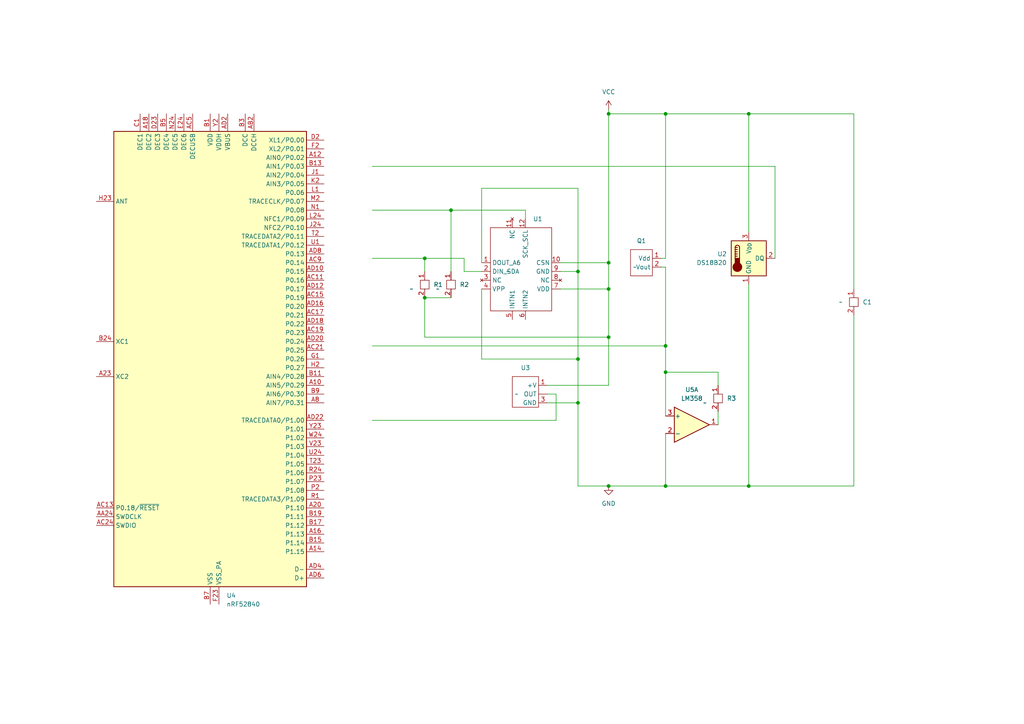
<source format=kicad_sch>
(kicad_sch (version 20230121) (generator eeschema)
  (paper "A4")
  (lib_symbols
    (symbol "Amplifier_Operational:LM358" (pin_names (offset 0.127))
      (property "Reference" "U" (at 0 5.08 0))
      (property "Value" "LM358" (at 0 -5.08 0))
      (symbol "LM358_1_1"
        (polyline (pts (xy -5.08 5.08) (xy 5.08 0) (xy -5.08 -5.08) (xy -5.08 5.08)) (stroke (width 0.254)) (fill (type background)))
        (pin output line (at 7.62 0 180) (length 2.54) (name "~") (number "1"))
        (pin input line (at -7.62 -2.54 0) (length 2.54) (name "-") (number "2"))
        (pin input line (at -7.62 2.54 0) (length 2.54) (name "+") (number "3"))
      )
      (symbol "LM358_2_1"
        (polyline (pts (xy -5.08 5.08) (xy 5.08 0) (xy -5.08 -5.08) (xy -5.08 5.08)) (stroke (width 0.254)) (fill (type background)))
        (pin input line (at -7.62 2.54 0) (length 2.54) (name "+") (number "5"))
        (pin input line (at -7.62 -2.54 0) (length 2.54) (name "-") (number "6"))
        (pin output line (at 7.62 0 180) (length 2.54) (name "~") (number "7"))
      )
      (symbol "LM358_3_1"
        (pin power_in line (at -2.54 -7.62 90) (length 3.81) (name "V-") (number "4"))
        (pin power_in line (at -2.54 7.62 270) (length 3.81) (name "V+") (number "8"))
      )
    )
    (symbol "Library:Ceramic_Cap_-_0.1μ_{gt}7V"
      (property "Reference" "C" (at 0 0 0))
      (symbol "Ceramic_Cap_-_0.1μ_{gt}7V_0_1"
        (rectangle (start 2.54 1.27) (end 5.08 -1.27))
      )
      (symbol "Ceramic_Cap_-_0.1μ_{gt}7V_1_1"
        (pin bidirectional line (at 3.81 3.81 270) (length 2.54) (name "") (number "1"))
        (pin bidirectional line (at 3.81 -3.81 90) (length 2.54) (name "") (number "2"))
      )
    )
    (symbol "Library:HW5P-1"
      (property "Reference" "Q" (at -2.54 1.27 0))
      (symbol "HW5P-1_0_1"
        (rectangle (start -1.27 5.08) (end 5.08 -2.54))
      )
      (symbol "HW5P-1_1_1"
        (pin power_in line (at 7.62 2.54 180) (length 2.54) (name "Vdd") (number "1"))
        (pin power_out line (at 7.62 0 180) (length 2.54) (name "Vout") (number "2"))
      )
    )
    (symbol "Library:MMC3419"
      (property "Reference" "U1" (at 4.7341 13.97 0))
      (property "Value" "~" (at -2.54 -1.27 0))
      (symbol "MMC3419_0_1"
        (rectangle (start -7.62 11.43) (end 10.16 -12.7))
      )
      (symbol "MMC3419_1_1"
        (pin output line (at -10.16 1.27 0) (length 2.54) (name "DOUT_A6") (number "1"))
        (pin input line (at 12.7 1.27 180) (length 2.54) (name "CSN") (number "10"))
        (pin no_connect line (at -1.27 13.97 270) (length 2.54) (name "NC") (number "11"))
        (pin input line (at 2.54 13.97 270) (length 2.54) (name "SCK_SCL") (number "12"))
        (pin input line (at -10.16 -1.27 0) (length 2.54) (name "DIN_SDA") (number "2"))
        (pin no_connect line (at -10.16 -3.81 0) (length 2.54) (name "NC") (number "3"))
        (pin power_out line (at -10.16 -6.35 0) (length 2.54) (name "VPP") (number "4"))
        (pin input line (at -1.27 -15.24 90) (length 2.54) (name "INTN1") (number "5"))
        (pin input line (at 2.54 -15.24 90) (length 2.54) (name "INTN2") (number "6"))
        (pin power_in line (at 12.7 -6.35 180) (length 2.54) (name "VDD") (number "7"))
        (pin no_connect line (at 12.7 -3.81 180) (length 2.54) (name "NC") (number "8"))
        (pin output line (at 12.7 -1.27 180) (length 2.54) (name "GND") (number "9"))
      )
    )
    (symbol "Library:Resistor_4.7kΩ"
      (property "Reference" "R" (at 0 0 0))
      (symbol "Resistor_4.7kΩ_0_1"
        (rectangle (start 2.54 2.54) (end 5.08 0))
      )
      (symbol "Resistor_4.7kΩ_1_1"
        (pin bidirectional line (at 3.81 5.08 270) (length 2.54) (name "") (number "1"))
        (pin bidirectional line (at 3.81 -2.54 90) (length 2.54) (name "") (number "2"))
      )
    )
    (symbol "Library:Resistor_?1-2kΩ"
      (property "Reference" "R" (at 0 0 0))
      (symbol "Resistor_?1-2kΩ_0_1"
        (rectangle (start 2.54 2.54) (end 5.08 0))
      )
      (symbol "Resistor_?1-2kΩ_1_1"
        (pin bidirectional line (at 3.81 5.08 270) (length 2.54) (name "") (number "1"))
        (pin bidirectional line (at 3.81 -2.54 90) (length 2.54) (name "") (number "2"))
      )
    )
    (symbol "Library:SEN-11574"
      (property "Reference" "U" (at 0 0 0))
      (symbol "SEN-11574_0_1"
        (rectangle (start 6.35 5.08) (end -1.27 -3.81))
      )
      (symbol "SEN-11574_1_1"
        (pin output line (at 8.89 0 180) (length 2.54) (name "OUT") (number ""))
        (pin power_in line (at 8.89 2.54 180) (length 2.54) (name "+V") (number "1"))
        (pin power_out line (at 8.89 -2.54 180) (length 2.54) (name "GND") (number "3"))
      )
    )
    (symbol "MCU_Nordic:nRF52840"
      (property "Reference" "U" (at 0 5.08 0))
      (property "Value" "nRF52840" (at 0 2.54 0))
      (symbol "nRF52840_0_1"
        (rectangle (start -27.94 66.04) (end 27.94 -66.04) (stroke (width 0.254)) (fill (type background)))
      )
      (symbol "nRF52840_1_1"
        (pin bidirectional line (at 33.02 -7.62 180) (length 5.08) (name "AIN5/P0.29") (number "A10"))
        (pin bidirectional line (at 33.02 58.42 180) (length 5.08) (name "AIN0/P0.02") (number "A12"))
        (pin bidirectional line (at 33.02 -55.88 180) (length 5.08) (name "P1.15") (number "A14"))
        (pin bidirectional line (at 33.02 -50.8 180) (length 5.08) (name "P1.13") (number "A16"))
        (pin passive line (at -17.78 71.12 270) (length 5.08) (name "DEC2") (number "A18"))
        (pin bidirectional line (at 33.02 -43.18 180) (length 5.08) (name "P1.10") (number "A20"))
        (pin passive line (at 0 71.12 270) (length 5.08) hide (name "VDD") (number "A22"))
        (pin input line (at -33.02 -5.08 0) (length 5.08) (name "XC2") (number "A23"))
        (pin bidirectional line (at 33.02 -12.7 180) (length 5.08) (name "AIN7/P0.31") (number "A8"))
        (pin input line (at -33.02 -45.72 0) (length 5.08) (name "SWDCLK") (number "AA24"))
        (pin power_out line (at 12.7 71.12 270) (length 5.08) (name "DCCH") (number "AB2"))
        (pin bidirectional line (at 33.02 22.86 180) (length 5.08) (name "P0.16") (number "AC11"))
        (pin bidirectional line (at -33.02 -43.18 0) (length 5.08) (name "P0.18/~{RESET}") (number "AC13"))
        (pin bidirectional line (at 33.02 17.78 180) (length 5.08) (name "P0.19") (number "AC15"))
        (pin bidirectional line (at 33.02 12.7 180) (length 5.08) (name "P0.21") (number "AC17"))
        (pin bidirectional line (at 33.02 7.62 180) (length 5.08) (name "P0.23") (number "AC19"))
        (pin bidirectional line (at 33.02 2.54 180) (length 5.08) (name "P0.25") (number "AC21"))
        (pin bidirectional line (at -33.02 -48.26 0) (length 5.08) (name "SWDIO") (number "AC24"))
        (pin passive line (at -5.08 71.12 270) (length 5.08) (name "DECUSB") (number "AC5"))
        (pin bidirectional line (at 33.02 27.94 180) (length 5.08) (name "P0.14") (number "AC9"))
        (pin bidirectional line (at 33.02 25.4 180) (length 5.08) (name "P0.15") (number "AD10"))
        (pin bidirectional line (at 33.02 20.32 180) (length 5.08) (name "P0.17") (number "AD12"))
        (pin passive line (at 0 71.12 270) (length 5.08) hide (name "VDD") (number "AD14"))
        (pin bidirectional line (at 33.02 15.24 180) (length 5.08) (name "P0.20") (number "AD16"))
        (pin bidirectional line (at 33.02 10.16 180) (length 5.08) (name "P0.22") (number "AD18"))
        (pin power_in line (at 5.08 71.12 270) (length 5.08) (name "VBUS") (number "AD2"))
        (pin bidirectional line (at 33.02 5.08 180) (length 5.08) (name "P0.24") (number "AD20"))
        (pin bidirectional line (at 33.02 -17.78 180) (length 5.08) (name "TRACEDATA0/P1.00") (number "AD22"))
        (pin passive line (at 0 71.12 270) (length 5.08) hide (name "VDD") (number "AD23"))
        (pin bidirectional line (at 33.02 -60.96 180) (length 5.08) (name "D-") (number "AD4"))
        (pin bidirectional line (at 33.02 -63.5 180) (length 5.08) (name "D+") (number "AD6"))
        (pin bidirectional line (at 33.02 30.48 180) (length 5.08) (name "P0.13") (number "AD8"))
        (pin power_in line (at 0 71.12 270) (length 5.08) (name "VDD") (number "B1"))
        (pin bidirectional line (at 33.02 -5.08 180) (length 5.08) (name "AIN4/P0.28") (number "B11"))
        (pin bidirectional line (at 33.02 55.88 180) (length 5.08) (name "AIN1/P0.03") (number "B13"))
        (pin bidirectional line (at 33.02 -53.34 180) (length 5.08) (name "P1.14") (number "B15"))
        (pin bidirectional line (at 33.02 -48.26 180) (length 5.08) (name "P1.12") (number "B17"))
        (pin bidirectional line (at 33.02 -45.72 180) (length 5.08) (name "P1.11") (number "B19"))
        (pin input line (at -33.02 5.08 0) (length 5.08) (name "XC1") (number "B24"))
        (pin power_out line (at 10.16 71.12 270) (length 5.08) (name "DCC") (number "B3"))
        (pin passive line (at -12.7 71.12 270) (length 5.08) (name "DEC4") (number "B5"))
        (pin power_in line (at 0 -71.12 90) (length 5.08) (name "VSS") (number "B7"))
        (pin bidirectional line (at 33.02 -10.16 180) (length 5.08) (name "AIN6/P0.30") (number "B9"))
        (pin passive line (at -20.32 71.12 270) (length 5.08) (name "DEC1") (number "C1"))
        (pin bidirectional line (at 33.02 63.5 180) (length 5.08) (name "XL1/P0.00") (number "D2"))
        (pin passive line (at -15.24 71.12 270) (length 5.08) (name "DEC3") (number "D23"))
        (pin passive line (at -7.62 71.12 270) (length 5.08) (name "DEC6") (number "E24"))
        (pin passive line (at 0 -71.12 90) (length 5.08) hide (name "VSS") (number "EP"))
        (pin bidirectional line (at 33.02 60.96 180) (length 5.08) (name "XL2/P0.01") (number "F2"))
        (pin power_in line (at 2.54 -71.12 90) (length 5.08) (name "VSS_PA") (number "F23"))
        (pin bidirectional line (at 33.02 0 180) (length 5.08) (name "P0.26") (number "G1"))
        (pin bidirectional line (at 33.02 -2.54 180) (length 5.08) (name "P0.27") (number "H2"))
        (pin passive line (at -33.02 45.72 0) (length 5.08) (name "ANT") (number "H23"))
        (pin bidirectional line (at 33.02 53.34 180) (length 5.08) (name "AIN2/P0.04") (number "J1"))
        (pin bidirectional line (at 33.02 38.1 180) (length 5.08) (name "NFC2/P0.10") (number "J24"))
        (pin bidirectional line (at 33.02 50.8 180) (length 5.08) (name "AIN3/P0.05") (number "K2"))
        (pin bidirectional line (at 33.02 48.26 180) (length 5.08) (name "P0.06") (number "L1"))
        (pin bidirectional line (at 33.02 40.64 180) (length 5.08) (name "NFC1/P0.09") (number "L24"))
        (pin bidirectional line (at 33.02 45.72 180) (length 5.08) (name "TRACECLK/P0.07") (number "M2"))
        (pin bidirectional line (at 33.02 43.18 180) (length 5.08) (name "P0.08") (number "N1"))
        (pin passive line (at -10.16 71.12 270) (length 5.08) (name "DEC5") (number "N24"))
        (pin bidirectional line (at 33.02 -38.1 180) (length 5.08) (name "P1.08") (number "P2"))
        (pin bidirectional line (at 33.02 -35.56 180) (length 5.08) (name "P1.07") (number "P23"))
        (pin bidirectional line (at 33.02 -40.64 180) (length 5.08) (name "TRACEDATA3/P1.09") (number "R1"))
        (pin bidirectional line (at 33.02 -33.02 180) (length 5.08) (name "P1.06") (number "R24"))
        (pin bidirectional line (at 33.02 35.56 180) (length 5.08) (name "TRACEDATA2/P0.11") (number "T2"))
        (pin bidirectional line (at 33.02 -30.48 180) (length 5.08) (name "P1.05") (number "T23"))
        (pin bidirectional line (at 33.02 33.02 180) (length 5.08) (name "TRACEDATA1/P0.12") (number "U1"))
        (pin bidirectional line (at 33.02 -27.94 180) (length 5.08) (name "P1.04") (number "U24"))
        (pin bidirectional line (at 33.02 -25.4 180) (length 5.08) (name "P1.03") (number "V23"))
        (pin passive line (at 0 71.12 270) (length 5.08) hide (name "VDD") (number "W1"))
        (pin bidirectional line (at 33.02 -22.86 180) (length 5.08) (name "P1.02") (number "W24"))
        (pin power_in line (at 2.54 71.12 270) (length 5.08) (name "VDDH") (number "Y2"))
        (pin bidirectional line (at 33.02 -20.32 180) (length 5.08) (name "P1.01") (number "Y23"))
      )
    )
    (symbol "Sensor_Temperature:DS18B20"
      (property "Reference" "U" (at -3.81 6.35 0))
      (property "Value" "DS18B20" (at 6.35 6.35 0))
      (symbol "DS18B20_0_1"
        (rectangle (start -5.08 5.08) (end 5.08 -5.08) (stroke (width 0.254)) (fill (type background)))
        (circle (center -3.302 -2.54) (radius 1.27) (stroke (width 0.254)) (fill (type outline)))
        (rectangle (start -2.667 -1.905) (end -3.937 0) (stroke (width 0.254)) (fill (type outline)))
        (arc (start -2.667 3.175) (mid -3.302 3.8073) (end -3.937 3.175) (stroke (width 0.254)))
        (polyline (pts (xy -3.937 0.635) (xy -3.302 0.635)) (stroke (width 0.254)))
        (polyline (pts (xy -3.937 1.27) (xy -3.302 1.27)) (stroke (width 0.254)))
        (polyline (pts (xy -3.937 1.905) (xy -3.302 1.905)) (stroke (width 0.254)))
        (polyline (pts (xy -3.937 2.54) (xy -3.302 2.54)) (stroke (width 0.254)))
        (polyline (pts (xy -3.937 3.175) (xy -3.937 0)) (stroke (width 0.254)))
        (polyline (pts (xy -3.937 3.175) (xy -3.302 3.175)) (stroke (width 0.254)))
        (polyline (pts (xy -2.667 3.175) (xy -2.667 0)) (stroke (width 0.254)))
      )
      (symbol "DS18B20_1_1"
        (pin power_in line (at 0 -7.62 90) (length 2.54) (name "GND") (number "1"))
        (pin bidirectional line (at 7.62 0 180) (length 2.54) (name "DQ") (number "2"))
        (pin power_in line (at 0 7.62 270) (length 2.54) (name "V_{DD}") (number "3"))
      )
    )
    (symbol "power:GND" (power) (pin_names (offset 0))
      (property "Value" "GND" (at 0 -3.81 0))
      (symbol "GND_0_1"
        (polyline (pts (xy 0 0) (xy 0 -1.27) (xy 1.27 -1.27) (xy 0 -2.54) (xy -1.27 -1.27) (xy 0 -1.27)))
      )
      (symbol "GND_1_1"
        (pin power_in line (at 0 0 270) (length 0) hide (name "GND") (number "1"))
      )
    )
    (symbol "power:VCC" (power) (pin_names (offset 0))
      (property "Value" "VCC" (at 0 3.81 0))
      (symbol "VCC_0_1"
        (polyline (pts (xy -0.762 1.27) (xy 0 2.54)))
        (polyline (pts (xy 0 0) (xy 0 2.54)))
        (polyline (pts (xy 0 2.54) (xy 0.762 1.27)))
      )
      (symbol "VCC_1_1"
        (pin power_in line (at 0 0 90) (length 0) hide (name "VCC") (number "1"))
      )
    )
  )
  (junction (at 176.53 140.97))
  (junction (at 130.81 60.96))
  (junction (at 193.04 140.97))
  (junction (at 176.53 76.2))
  (junction (at 167.64 116.84))
  (junction (at 193.04 107.95))
  (junction (at 193.04 100.33))
  (junction (at 167.64 104.14))
  (junction (at 176.53 33.02))
  (junction (at 217.17 140.97))
  (junction (at 193.04 33.02))
  (junction (at 176.53 83.82))
  (junction (at 123.19 86.36))
  (junction (at 217.17 33.02))
  (junction (at 176.53 97.79))
  (junction (at 123.19 74.93))
  (junction (at 167.64 78.74))
  (wire (pts (xy 217.17 33.02) (xy 217.17 67.31)))
  (wire (pts (xy 176.53 111.76) (xy 176.53 97.79)))
  (wire (pts (xy 134.62 78.74) (xy 134.62 74.93)))
  (wire (pts (xy 176.53 76.2) (xy 176.53 33.02)))
  (wire (pts (xy 217.17 82.55) (xy 217.17 140.97)))
  (wire (pts (xy 193.04 107.95) (xy 193.04 100.33)))
  (wire (pts (xy 193.04 33.02) (xy 217.17 33.02)))
  (wire (pts (xy 208.28 111.76) (xy 208.28 107.95)))
  (wire (pts (xy 193.04 77.47) (xy 191.77 77.47)))
  (wire (pts (xy 123.19 86.36) (xy 130.81 86.36)))
  (wire (pts (xy 208.28 119.38) (xy 208.28 123.19)))
  (wire (pts (xy 167.64 104.14) (xy 167.64 116.84)))
  (wire (pts (xy 167.64 78.74) (xy 167.64 104.14)))
  (wire (pts (xy 193.04 125.73) (xy 193.04 140.97)))
  (wire (pts (xy 107.95 100.33) (xy 193.04 100.33)))
  (wire (pts (xy 176.53 83.82) (xy 176.53 97.79)))
  (wire (pts (xy 176.53 33.02) (xy 193.04 33.02)))
  (wire (pts (xy 208.28 107.95) (xy 193.04 107.95)))
  (wire (pts (xy 139.7 76.2) (xy 139.7 54.61)))
  (wire (pts (xy 167.64 116.84) (xy 167.64 140.97)))
  (wire (pts (xy 158.75 114.3) (xy 161.29 114.3)))
  (wire (pts (xy 193.04 107.95) (xy 193.04 120.65)))
  (wire (pts (xy 193.04 74.93) (xy 191.77 74.93)))
  (wire (pts (xy 217.17 33.02) (xy 247.65 33.02)))
  (wire (pts (xy 193.04 140.97) (xy 217.17 140.97)))
  (wire (pts (xy 193.04 33.02) (xy 193.04 74.93)))
  (wire (pts (xy 107.95 48.26) (xy 224.79 48.26)))
  (wire (pts (xy 107.95 60.96) (xy 130.81 60.96)))
  (wire (pts (xy 161.29 114.3) (xy 161.29 121.92)))
  (wire (pts (xy 167.64 54.61) (xy 167.64 78.74)))
  (wire (pts (xy 130.81 60.96) (xy 130.81 78.74)))
  (wire (pts (xy 247.65 33.02) (xy 247.65 83.82)))
  (wire (pts (xy 152.4 63.5) (xy 152.4 60.96)))
  (wire (pts (xy 139.7 54.61) (xy 167.64 54.61)))
  (wire (pts (xy 167.64 78.74) (xy 162.56 78.74)))
  (wire (pts (xy 134.62 78.74) (xy 139.7 78.74)))
  (wire (pts (xy 158.75 111.76) (xy 176.53 111.76)))
  (wire (pts (xy 176.53 33.02) (xy 176.53 31.75)))
  (wire (pts (xy 167.64 140.97) (xy 176.53 140.97)))
  (wire (pts (xy 162.56 76.2) (xy 176.53 76.2)))
  (wire (pts (xy 224.79 74.93) (xy 224.79 48.26)))
  (wire (pts (xy 176.53 140.97) (xy 193.04 140.97)))
  (wire (pts (xy 217.17 140.97) (xy 247.65 140.97)))
  (wire (pts (xy 123.19 74.93) (xy 123.19 78.74)))
  (wire (pts (xy 158.75 116.84) (xy 167.64 116.84)))
  (wire (pts (xy 193.04 100.33) (xy 193.04 77.47)))
  (wire (pts (xy 139.7 83.82) (xy 139.7 104.14)))
  (wire (pts (xy 162.56 83.82) (xy 176.53 83.82)))
  (wire (pts (xy 123.19 86.36) (xy 123.19 97.79)))
  (wire (pts (xy 176.53 83.82) (xy 176.53 76.2)))
  (wire (pts (xy 134.62 74.93) (xy 123.19 74.93)))
  (wire (pts (xy 123.19 97.79) (xy 176.53 97.79)))
  (wire (pts (xy 107.95 74.93) (xy 123.19 74.93)))
  (wire (pts (xy 247.65 91.44) (xy 247.65 140.97)))
  (wire (pts (xy 139.7 104.14) (xy 167.64 104.14)))
  (wire (pts (xy 152.4 60.96) (xy 130.81 60.96)))
  (wire (pts (xy 107.95 121.92) (xy 161.29 121.92)))
  (symbol (lib_id "power:VCC") (at 176.53 31.75 0) (unit 1)
    (property "Reference" "#PWR01" (effects hide))
    (property "Value" "VCC" (at 176.53 26.67 0))
  )
  (symbol (lib_id "Library:Resistor_?1-2kΩ") (at 204.47 116.84 0) (unit 1)
    (property "Reference" "R3" (at 210.82 115.57 0) (effects (justify left)))
    (property "Value" "~" (at 204.47 116.84 0))
  )
  (symbol (lib_id "Library:SEN-11574") (at 149.86 114.3 0) (unit 1)
    (property "Reference" "U3" (at 152.4 106.68 0))
    (property "Value" "~" (at 149.86 114.3 0))
  )
  (symbol (lib_id "Sensor_Temperature:DS18B20") (at 217.17 74.93 0) (unit 1)
    (property "Reference" "U2" (at 210.82 73.66 0) (effects (justify right)))
    (property "Value" "DS18B20" (at 210.82 76.2 0) (effects (justify right)))
    (property "Footprint" "Package_TO_SOT_THT:TO-92_Inline" (effects hide))
    (property "Datasheet" "http://datasheets.maximintegrated.com/en/ds/DS18B20.pdf" (effects hide))
  )
  (symbol (lib_id "Amplifier_Operational:LM358") (at 200.66 123.19 0) (unit 1)
    (property "Reference" "U5" (at 200.66 113.03 0))
    (property "Value" "LM358" (at 200.66 115.57 0))
    (property "Datasheet" "http://www.ti.com/lit/ds/symlink/lm2904-n.pdf" (effects hide))
  )
  (symbol (lib_id "MCU_Nordic:nRF52840") (at 60.96 104.14 0) (unit 1)
    (property "Reference" "U4" (at 65.6941 172.72 0) (effects (justify left)))
    (property "Value" "nRF52840" (at 65.6941 175.26 0) (effects (justify left)))
    (property "Footprint" "Package_DFN_QFN:Nordic_AQFN-73-1EP_7x7mm_P0.5mm" (effects hide))
    (property "Datasheet" "http://infocenter.nordicsemi.com/topic/com.nordic.infocenter.nrf52/dita/nrf52/chips/nrf52840.html" (effects hide))
  )
  (symbol (lib_id "Library:MMC3419") (at 149.86 77.47 0) (unit 1)
    (property "Reference" "U1" (at 154.5941 63.5 0) (effects (justify left)))
    (property "Value" "~" (at 147.32 78.74 0))
  )
  (symbol (lib_id "Library:HW5P-1") (at 184.15 77.47 0) (unit 1)
    (property "Reference" "Q1" (at 186.055 69.85 0))
    (property "Value" "~" (at 184.15 77.47 0))
  )
  (symbol (lib_id "Library:Resistor_4.7kΩ") (at 127 83.82 0) (unit 1)
    (property "Reference" "R2" (at 133.35 82.55 0) (effects (justify left)))
    (property "Value" "~" (at 127 83.82 0))
  )
  (symbol (lib_id "power:GND") (at 176.53 140.97 0) (unit 1)
    (property "Reference" "#PWR02" (effects hide))
    (property "Value" "GND" (at 176.53 146.05 0))
  )
  (symbol (lib_id "Library:Resistor_4.7kΩ") (at 119.38 83.82 0) (unit 1)
    (property "Reference" "R1" (at 125.73 82.55 0) (effects (justify left)))
    (property "Value" "~" (at 119.38 83.82 0))
  )
  (symbol (lib_id "Library:Ceramic_Cap_-_0.1μ_{gt}7V") (at 243.84 87.63 0) (unit 1)
    (property "Reference" "C1" (at 250.19 87.63 0) (effects (justify left)))
    (property "Value" "~" (at 243.84 87.63 0))
  )
)
</source>
